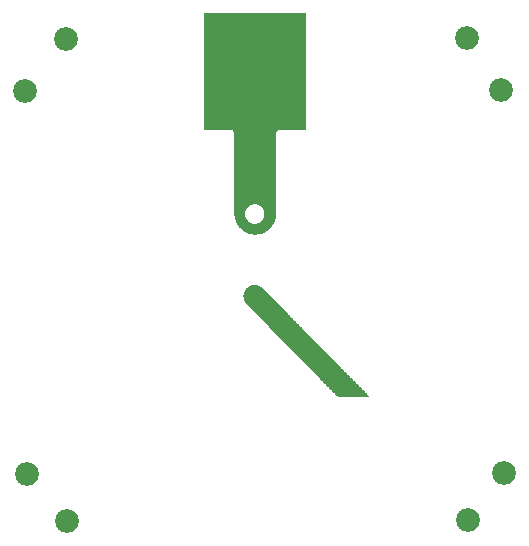
<source format=gtl>
G04 MADE WITH FRITZING*
G04 WWW.FRITZING.ORG*
G04 DOUBLE SIDED*
G04 HOLES PLATED*
G04 CONTOUR ON CENTER OF CONTOUR VECTOR*
%ASAXBY*%
%FSLAX23Y23*%
%MOIN*%
%OFA0B0*%
%SFA1.0B1.0*%
%ADD10C,0.079370*%
%ADD11R,0.001000X0.001000*%
%LNCOPPER1*%
G90*
G70*
G54D10*
X1685Y238D03*
X1562Y1689D03*
X226Y78D03*
X1564Y83D03*
X95Y235D03*
X1675Y1514D03*
X86Y1512D03*
X224Y1684D03*
G54D11*
X685Y1771D02*
X1023Y1771D01*
X685Y1770D02*
X1023Y1770D01*
X685Y1769D02*
X1023Y1769D01*
X685Y1768D02*
X1023Y1768D01*
X685Y1767D02*
X1023Y1767D01*
X685Y1766D02*
X1023Y1766D01*
X685Y1765D02*
X1023Y1765D01*
X685Y1764D02*
X1023Y1764D01*
X685Y1763D02*
X1023Y1763D01*
X685Y1762D02*
X1023Y1762D01*
X685Y1761D02*
X1023Y1761D01*
X685Y1760D02*
X1023Y1760D01*
X685Y1759D02*
X1023Y1759D01*
X685Y1758D02*
X1023Y1758D01*
X685Y1757D02*
X1023Y1757D01*
X685Y1756D02*
X1023Y1756D01*
X685Y1755D02*
X1023Y1755D01*
X685Y1754D02*
X1023Y1754D01*
X685Y1753D02*
X1023Y1753D01*
X685Y1752D02*
X1023Y1752D01*
X685Y1751D02*
X1023Y1751D01*
X685Y1750D02*
X1023Y1750D01*
X685Y1749D02*
X1023Y1749D01*
X685Y1748D02*
X1023Y1748D01*
X685Y1747D02*
X1023Y1747D01*
X685Y1746D02*
X1023Y1746D01*
X685Y1745D02*
X1023Y1745D01*
X685Y1744D02*
X1023Y1744D01*
X685Y1743D02*
X1023Y1743D01*
X685Y1742D02*
X1023Y1742D01*
X685Y1741D02*
X1023Y1741D01*
X685Y1740D02*
X1023Y1740D01*
X685Y1739D02*
X1023Y1739D01*
X685Y1738D02*
X1023Y1738D01*
X685Y1737D02*
X1023Y1737D01*
X685Y1736D02*
X1023Y1736D01*
X685Y1735D02*
X1023Y1735D01*
X685Y1734D02*
X1023Y1734D01*
X685Y1733D02*
X1023Y1733D01*
X685Y1732D02*
X1023Y1732D01*
X685Y1731D02*
X1023Y1731D01*
X685Y1730D02*
X1023Y1730D01*
X685Y1729D02*
X1023Y1729D01*
X685Y1728D02*
X1023Y1728D01*
X685Y1727D02*
X1023Y1727D01*
X685Y1726D02*
X1023Y1726D01*
X685Y1725D02*
X1023Y1725D01*
X685Y1724D02*
X1023Y1724D01*
X685Y1723D02*
X1023Y1723D01*
X685Y1722D02*
X1023Y1722D01*
X685Y1721D02*
X1023Y1721D01*
X685Y1720D02*
X1023Y1720D01*
X685Y1719D02*
X1023Y1719D01*
X685Y1718D02*
X1023Y1718D01*
X685Y1717D02*
X1023Y1717D01*
X685Y1716D02*
X1023Y1716D01*
X685Y1715D02*
X1023Y1715D01*
X685Y1714D02*
X1023Y1714D01*
X685Y1713D02*
X1023Y1713D01*
X685Y1712D02*
X1023Y1712D01*
X685Y1711D02*
X1023Y1711D01*
X685Y1710D02*
X1023Y1710D01*
X685Y1709D02*
X1023Y1709D01*
X685Y1708D02*
X1023Y1708D01*
X685Y1707D02*
X1023Y1707D01*
X685Y1706D02*
X1023Y1706D01*
X685Y1705D02*
X1023Y1705D01*
X685Y1704D02*
X1023Y1704D01*
X685Y1703D02*
X1023Y1703D01*
X685Y1702D02*
X1023Y1702D01*
X685Y1701D02*
X1023Y1701D01*
X685Y1700D02*
X1023Y1700D01*
X685Y1699D02*
X1023Y1699D01*
X685Y1698D02*
X1023Y1698D01*
X685Y1697D02*
X1023Y1697D01*
X685Y1696D02*
X1023Y1696D01*
X685Y1695D02*
X1023Y1695D01*
X685Y1694D02*
X1023Y1694D01*
X685Y1693D02*
X1023Y1693D01*
X685Y1692D02*
X1023Y1692D01*
X685Y1691D02*
X1023Y1691D01*
X685Y1690D02*
X1023Y1690D01*
X685Y1689D02*
X1023Y1689D01*
X685Y1688D02*
X1023Y1688D01*
X685Y1687D02*
X1023Y1687D01*
X685Y1686D02*
X1023Y1686D01*
X685Y1685D02*
X1023Y1685D01*
X685Y1684D02*
X1023Y1684D01*
X685Y1683D02*
X1023Y1683D01*
X685Y1682D02*
X1023Y1682D01*
X685Y1681D02*
X1023Y1681D01*
X685Y1680D02*
X1023Y1680D01*
X685Y1679D02*
X1023Y1679D01*
X685Y1678D02*
X1023Y1678D01*
X685Y1677D02*
X1023Y1677D01*
X685Y1676D02*
X1023Y1676D01*
X685Y1675D02*
X1023Y1675D01*
X685Y1674D02*
X1023Y1674D01*
X685Y1673D02*
X1023Y1673D01*
X685Y1672D02*
X1023Y1672D01*
X685Y1671D02*
X1023Y1671D01*
X685Y1670D02*
X1023Y1670D01*
X685Y1669D02*
X1023Y1669D01*
X685Y1668D02*
X1023Y1668D01*
X685Y1667D02*
X1023Y1667D01*
X685Y1666D02*
X1023Y1666D01*
X685Y1665D02*
X1023Y1665D01*
X685Y1664D02*
X1023Y1664D01*
X685Y1663D02*
X1023Y1663D01*
X685Y1662D02*
X1023Y1662D01*
X685Y1661D02*
X1023Y1661D01*
X685Y1660D02*
X1023Y1660D01*
X685Y1659D02*
X1023Y1659D01*
X685Y1658D02*
X1023Y1658D01*
X685Y1657D02*
X1023Y1657D01*
X685Y1656D02*
X1023Y1656D01*
X685Y1655D02*
X1023Y1655D01*
X685Y1654D02*
X1023Y1654D01*
X685Y1653D02*
X1023Y1653D01*
X685Y1652D02*
X1023Y1652D01*
X685Y1651D02*
X1023Y1651D01*
X685Y1650D02*
X1023Y1650D01*
X685Y1649D02*
X1023Y1649D01*
X685Y1648D02*
X1023Y1648D01*
X685Y1647D02*
X1023Y1647D01*
X685Y1646D02*
X1023Y1646D01*
X685Y1645D02*
X1023Y1645D01*
X685Y1644D02*
X1023Y1644D01*
X685Y1643D02*
X1023Y1643D01*
X685Y1642D02*
X1023Y1642D01*
X685Y1641D02*
X1023Y1641D01*
X685Y1640D02*
X1023Y1640D01*
X685Y1639D02*
X1023Y1639D01*
X685Y1638D02*
X1023Y1638D01*
X685Y1637D02*
X1023Y1637D01*
X685Y1636D02*
X1023Y1636D01*
X685Y1635D02*
X1023Y1635D01*
X685Y1634D02*
X1023Y1634D01*
X685Y1633D02*
X1023Y1633D01*
X685Y1632D02*
X1023Y1632D01*
X685Y1631D02*
X1023Y1631D01*
X685Y1630D02*
X1023Y1630D01*
X685Y1629D02*
X1023Y1629D01*
X685Y1628D02*
X1023Y1628D01*
X685Y1627D02*
X1023Y1627D01*
X685Y1626D02*
X1023Y1626D01*
X685Y1625D02*
X1023Y1625D01*
X685Y1624D02*
X1023Y1624D01*
X685Y1623D02*
X1023Y1623D01*
X685Y1622D02*
X1023Y1622D01*
X685Y1621D02*
X1023Y1621D01*
X685Y1620D02*
X1023Y1620D01*
X685Y1619D02*
X1023Y1619D01*
X685Y1618D02*
X1023Y1618D01*
X685Y1617D02*
X1023Y1617D01*
X685Y1616D02*
X1023Y1616D01*
X685Y1615D02*
X1023Y1615D01*
X685Y1614D02*
X1023Y1614D01*
X685Y1613D02*
X1023Y1613D01*
X685Y1612D02*
X1023Y1612D01*
X685Y1611D02*
X1023Y1611D01*
X685Y1610D02*
X1023Y1610D01*
X685Y1609D02*
X1023Y1609D01*
X685Y1608D02*
X1023Y1608D01*
X685Y1607D02*
X1023Y1607D01*
X685Y1606D02*
X1023Y1606D01*
X685Y1605D02*
X1023Y1605D01*
X685Y1604D02*
X1023Y1604D01*
X685Y1603D02*
X1023Y1603D01*
X685Y1602D02*
X1023Y1602D01*
X685Y1601D02*
X1023Y1601D01*
X685Y1600D02*
X1023Y1600D01*
X685Y1599D02*
X1023Y1599D01*
X685Y1598D02*
X1023Y1598D01*
X685Y1597D02*
X1023Y1597D01*
X685Y1596D02*
X1023Y1596D01*
X685Y1595D02*
X1023Y1595D01*
X685Y1594D02*
X1023Y1594D01*
X685Y1593D02*
X1023Y1593D01*
X685Y1592D02*
X1023Y1592D01*
X685Y1591D02*
X1023Y1591D01*
X685Y1590D02*
X1023Y1590D01*
X685Y1589D02*
X1023Y1589D01*
X685Y1588D02*
X1023Y1588D01*
X685Y1587D02*
X1023Y1587D01*
X685Y1586D02*
X1023Y1586D01*
X685Y1585D02*
X1023Y1585D01*
X685Y1584D02*
X1023Y1584D01*
X685Y1583D02*
X1023Y1583D01*
X685Y1582D02*
X1023Y1582D01*
X685Y1581D02*
X1023Y1581D01*
X685Y1580D02*
X1023Y1580D01*
X685Y1579D02*
X1023Y1579D01*
X685Y1578D02*
X1023Y1578D01*
X685Y1577D02*
X1023Y1577D01*
X685Y1576D02*
X1023Y1576D01*
X685Y1575D02*
X1023Y1575D01*
X685Y1574D02*
X1023Y1574D01*
X685Y1573D02*
X1023Y1573D01*
X685Y1572D02*
X1023Y1572D01*
X685Y1571D02*
X1023Y1571D01*
X685Y1570D02*
X1023Y1570D01*
X685Y1569D02*
X1023Y1569D01*
X685Y1568D02*
X1023Y1568D01*
X685Y1567D02*
X1023Y1567D01*
X685Y1566D02*
X1023Y1566D01*
X685Y1565D02*
X1023Y1565D01*
X685Y1564D02*
X1023Y1564D01*
X685Y1563D02*
X1023Y1563D01*
X685Y1562D02*
X1023Y1562D01*
X685Y1561D02*
X1023Y1561D01*
X685Y1560D02*
X1023Y1560D01*
X685Y1559D02*
X1023Y1559D01*
X685Y1558D02*
X1023Y1558D01*
X685Y1557D02*
X1023Y1557D01*
X685Y1556D02*
X1023Y1556D01*
X685Y1555D02*
X1023Y1555D01*
X685Y1554D02*
X1023Y1554D01*
X685Y1553D02*
X1023Y1553D01*
X685Y1552D02*
X1023Y1552D01*
X685Y1551D02*
X1023Y1551D01*
X685Y1550D02*
X1023Y1550D01*
X685Y1549D02*
X1023Y1549D01*
X685Y1548D02*
X1023Y1548D01*
X685Y1547D02*
X1023Y1547D01*
X685Y1546D02*
X1023Y1546D01*
X685Y1545D02*
X1023Y1545D01*
X685Y1544D02*
X1023Y1544D01*
X685Y1543D02*
X1023Y1543D01*
X685Y1542D02*
X1023Y1542D01*
X685Y1541D02*
X1023Y1541D01*
X685Y1540D02*
X1023Y1540D01*
X685Y1539D02*
X1023Y1539D01*
X685Y1538D02*
X1023Y1538D01*
X685Y1537D02*
X1023Y1537D01*
X685Y1536D02*
X1023Y1536D01*
X685Y1535D02*
X1023Y1535D01*
X685Y1534D02*
X1023Y1534D01*
X685Y1533D02*
X1023Y1533D01*
X685Y1532D02*
X1023Y1532D01*
X685Y1531D02*
X1023Y1531D01*
X685Y1530D02*
X1023Y1530D01*
X685Y1529D02*
X1023Y1529D01*
X685Y1528D02*
X1023Y1528D01*
X685Y1527D02*
X1023Y1527D01*
X685Y1526D02*
X1023Y1526D01*
X685Y1525D02*
X1023Y1525D01*
X685Y1524D02*
X1023Y1524D01*
X685Y1523D02*
X1023Y1523D01*
X685Y1522D02*
X1023Y1522D01*
X685Y1521D02*
X1023Y1521D01*
X685Y1520D02*
X1023Y1520D01*
X685Y1519D02*
X1023Y1519D01*
X685Y1518D02*
X1023Y1518D01*
X685Y1517D02*
X1023Y1517D01*
X685Y1516D02*
X1023Y1516D01*
X685Y1515D02*
X1023Y1515D01*
X685Y1514D02*
X1023Y1514D01*
X685Y1513D02*
X1023Y1513D01*
X685Y1512D02*
X1023Y1512D01*
X685Y1511D02*
X1023Y1511D01*
X685Y1510D02*
X1023Y1510D01*
X685Y1509D02*
X1023Y1509D01*
X685Y1508D02*
X1023Y1508D01*
X685Y1507D02*
X1023Y1507D01*
X685Y1506D02*
X1023Y1506D01*
X685Y1505D02*
X1023Y1505D01*
X685Y1504D02*
X1023Y1504D01*
X685Y1503D02*
X1023Y1503D01*
X685Y1502D02*
X1023Y1502D01*
X685Y1501D02*
X1023Y1501D01*
X685Y1500D02*
X1023Y1500D01*
X685Y1499D02*
X1023Y1499D01*
X685Y1498D02*
X1023Y1498D01*
X685Y1497D02*
X1023Y1497D01*
X685Y1496D02*
X1023Y1496D01*
X685Y1495D02*
X1023Y1495D01*
X685Y1494D02*
X1023Y1494D01*
X685Y1493D02*
X1023Y1493D01*
X685Y1492D02*
X1023Y1492D01*
X685Y1491D02*
X1023Y1491D01*
X685Y1490D02*
X1023Y1490D01*
X685Y1489D02*
X1023Y1489D01*
X685Y1488D02*
X1023Y1488D01*
X685Y1487D02*
X1023Y1487D01*
X685Y1486D02*
X1023Y1486D01*
X685Y1485D02*
X1023Y1485D01*
X685Y1484D02*
X1023Y1484D01*
X685Y1483D02*
X1023Y1483D01*
X685Y1482D02*
X1023Y1482D01*
X685Y1481D02*
X1023Y1481D01*
X685Y1480D02*
X1023Y1480D01*
X685Y1479D02*
X1023Y1479D01*
X685Y1478D02*
X1023Y1478D01*
X685Y1477D02*
X1023Y1477D01*
X685Y1476D02*
X1023Y1476D01*
X685Y1475D02*
X1023Y1475D01*
X685Y1474D02*
X1023Y1474D01*
X685Y1473D02*
X1023Y1473D01*
X685Y1472D02*
X1023Y1472D01*
X685Y1471D02*
X1023Y1471D01*
X685Y1470D02*
X1023Y1470D01*
X685Y1469D02*
X1023Y1469D01*
X685Y1468D02*
X1023Y1468D01*
X685Y1467D02*
X1023Y1467D01*
X685Y1466D02*
X1023Y1466D01*
X685Y1465D02*
X1023Y1465D01*
X685Y1464D02*
X1023Y1464D01*
X685Y1463D02*
X1023Y1463D01*
X685Y1462D02*
X1023Y1462D01*
X685Y1461D02*
X1023Y1461D01*
X685Y1460D02*
X1023Y1460D01*
X685Y1459D02*
X1023Y1459D01*
X685Y1458D02*
X1023Y1458D01*
X685Y1457D02*
X1023Y1457D01*
X685Y1456D02*
X1023Y1456D01*
X685Y1455D02*
X1023Y1455D01*
X685Y1454D02*
X1023Y1454D01*
X685Y1453D02*
X1023Y1453D01*
X685Y1452D02*
X1023Y1452D01*
X685Y1451D02*
X1023Y1451D01*
X685Y1450D02*
X1023Y1450D01*
X685Y1449D02*
X1023Y1449D01*
X685Y1448D02*
X1023Y1448D01*
X685Y1447D02*
X1023Y1447D01*
X685Y1446D02*
X1023Y1446D01*
X685Y1445D02*
X1023Y1445D01*
X685Y1444D02*
X1023Y1444D01*
X685Y1443D02*
X1023Y1443D01*
X685Y1442D02*
X1023Y1442D01*
X685Y1441D02*
X1023Y1441D01*
X685Y1440D02*
X1023Y1440D01*
X685Y1439D02*
X1023Y1439D01*
X685Y1438D02*
X1023Y1438D01*
X685Y1437D02*
X1023Y1437D01*
X685Y1436D02*
X1023Y1436D01*
X685Y1435D02*
X1023Y1435D01*
X685Y1434D02*
X1023Y1434D01*
X685Y1433D02*
X1023Y1433D01*
X685Y1432D02*
X1023Y1432D01*
X685Y1431D02*
X1023Y1431D01*
X685Y1430D02*
X1023Y1430D01*
X685Y1429D02*
X1023Y1429D01*
X685Y1428D02*
X1023Y1428D01*
X685Y1427D02*
X1023Y1427D01*
X685Y1426D02*
X1023Y1426D01*
X685Y1425D02*
X1023Y1425D01*
X685Y1424D02*
X1023Y1424D01*
X685Y1423D02*
X1023Y1423D01*
X685Y1422D02*
X1023Y1422D01*
X685Y1421D02*
X1023Y1421D01*
X685Y1420D02*
X1023Y1420D01*
X685Y1419D02*
X1023Y1419D01*
X685Y1418D02*
X1023Y1418D01*
X685Y1417D02*
X1023Y1417D01*
X685Y1416D02*
X1023Y1416D01*
X685Y1415D02*
X1023Y1415D01*
X685Y1414D02*
X1023Y1414D01*
X685Y1413D02*
X1023Y1413D01*
X685Y1412D02*
X1023Y1412D01*
X685Y1411D02*
X1023Y1411D01*
X685Y1410D02*
X1023Y1410D01*
X685Y1409D02*
X1023Y1409D01*
X685Y1408D02*
X1023Y1408D01*
X685Y1407D02*
X1023Y1407D01*
X685Y1406D02*
X1023Y1406D01*
X685Y1405D02*
X1023Y1405D01*
X685Y1404D02*
X1023Y1404D01*
X685Y1403D02*
X1023Y1403D01*
X685Y1402D02*
X1023Y1402D01*
X685Y1401D02*
X1023Y1401D01*
X685Y1400D02*
X1023Y1400D01*
X685Y1399D02*
X1023Y1399D01*
X685Y1398D02*
X1023Y1398D01*
X685Y1397D02*
X1023Y1397D01*
X685Y1396D02*
X1023Y1396D01*
X685Y1395D02*
X1023Y1395D01*
X685Y1394D02*
X1023Y1394D01*
X685Y1393D02*
X1023Y1393D01*
X685Y1392D02*
X1023Y1392D01*
X685Y1391D02*
X1023Y1391D01*
X685Y1390D02*
X1023Y1390D01*
X685Y1389D02*
X1023Y1389D01*
X685Y1388D02*
X1023Y1388D01*
X685Y1387D02*
X1023Y1387D01*
X685Y1386D02*
X1023Y1386D01*
X685Y1385D02*
X1023Y1385D01*
X685Y1384D02*
X1023Y1384D01*
X685Y1383D02*
X1023Y1383D01*
X685Y1382D02*
X1022Y1382D01*
X777Y1381D02*
X933Y1381D01*
X780Y1380D02*
X931Y1380D01*
X781Y1379D02*
X930Y1379D01*
X782Y1378D02*
X928Y1378D01*
X783Y1377D02*
X928Y1377D01*
X784Y1376D02*
X927Y1376D01*
X784Y1375D02*
X926Y1375D01*
X785Y1374D02*
X926Y1374D01*
X785Y1373D02*
X925Y1373D01*
X786Y1372D02*
X925Y1372D01*
X786Y1371D02*
X925Y1371D01*
X786Y1370D02*
X925Y1370D01*
X786Y1369D02*
X925Y1369D01*
X786Y1368D02*
X925Y1368D01*
X786Y1367D02*
X925Y1367D01*
X786Y1366D02*
X925Y1366D01*
X786Y1365D02*
X925Y1365D01*
X786Y1364D02*
X925Y1364D01*
X786Y1363D02*
X925Y1363D01*
X786Y1362D02*
X925Y1362D01*
X786Y1361D02*
X925Y1361D01*
X786Y1360D02*
X925Y1360D01*
X786Y1359D02*
X925Y1359D01*
X786Y1358D02*
X925Y1358D01*
X786Y1357D02*
X925Y1357D01*
X786Y1356D02*
X925Y1356D01*
X786Y1355D02*
X925Y1355D01*
X786Y1354D02*
X925Y1354D01*
X786Y1353D02*
X925Y1353D01*
X786Y1352D02*
X925Y1352D01*
X786Y1351D02*
X925Y1351D01*
X786Y1350D02*
X925Y1350D01*
X786Y1349D02*
X925Y1349D01*
X786Y1348D02*
X925Y1348D01*
X786Y1347D02*
X925Y1347D01*
X786Y1346D02*
X925Y1346D01*
X786Y1345D02*
X925Y1345D01*
X786Y1344D02*
X925Y1344D01*
X786Y1343D02*
X925Y1343D01*
X786Y1342D02*
X925Y1342D01*
X786Y1341D02*
X925Y1341D01*
X786Y1340D02*
X925Y1340D01*
X786Y1339D02*
X925Y1339D01*
X786Y1338D02*
X925Y1338D01*
X786Y1337D02*
X925Y1337D01*
X786Y1336D02*
X925Y1336D01*
X786Y1335D02*
X925Y1335D01*
X786Y1334D02*
X925Y1334D01*
X786Y1333D02*
X925Y1333D01*
X786Y1332D02*
X925Y1332D01*
X786Y1331D02*
X925Y1331D01*
X786Y1330D02*
X925Y1330D01*
X786Y1329D02*
X925Y1329D01*
X786Y1328D02*
X925Y1328D01*
X786Y1327D02*
X925Y1327D01*
X786Y1326D02*
X925Y1326D01*
X786Y1325D02*
X925Y1325D01*
X786Y1324D02*
X925Y1324D01*
X786Y1323D02*
X925Y1323D01*
X786Y1322D02*
X925Y1322D01*
X786Y1321D02*
X925Y1321D01*
X786Y1320D02*
X925Y1320D01*
X786Y1319D02*
X925Y1319D01*
X786Y1318D02*
X925Y1318D01*
X786Y1317D02*
X925Y1317D01*
X786Y1316D02*
X925Y1316D01*
X786Y1315D02*
X925Y1315D01*
X786Y1314D02*
X925Y1314D01*
X786Y1313D02*
X925Y1313D01*
X786Y1312D02*
X925Y1312D01*
X786Y1311D02*
X925Y1311D01*
X786Y1310D02*
X925Y1310D01*
X786Y1309D02*
X925Y1309D01*
X786Y1308D02*
X925Y1308D01*
X786Y1307D02*
X925Y1307D01*
X786Y1306D02*
X925Y1306D01*
X786Y1305D02*
X925Y1305D01*
X786Y1304D02*
X925Y1304D01*
X786Y1303D02*
X925Y1303D01*
X786Y1302D02*
X925Y1302D01*
X786Y1301D02*
X925Y1301D01*
X786Y1300D02*
X925Y1300D01*
X786Y1299D02*
X925Y1299D01*
X786Y1298D02*
X925Y1298D01*
X786Y1297D02*
X925Y1297D01*
X786Y1296D02*
X925Y1296D01*
X786Y1295D02*
X925Y1295D01*
X786Y1294D02*
X925Y1294D01*
X786Y1293D02*
X925Y1293D01*
X786Y1292D02*
X925Y1292D01*
X786Y1291D02*
X925Y1291D01*
X786Y1290D02*
X925Y1290D01*
X786Y1289D02*
X925Y1289D01*
X786Y1288D02*
X925Y1288D01*
X786Y1287D02*
X925Y1287D01*
X786Y1286D02*
X925Y1286D01*
X786Y1285D02*
X925Y1285D01*
X786Y1284D02*
X925Y1284D01*
X786Y1283D02*
X925Y1283D01*
X786Y1282D02*
X925Y1282D01*
X786Y1281D02*
X925Y1281D01*
X786Y1280D02*
X925Y1280D01*
X786Y1279D02*
X925Y1279D01*
X786Y1278D02*
X925Y1278D01*
X786Y1277D02*
X925Y1277D01*
X786Y1276D02*
X925Y1276D01*
X786Y1275D02*
X925Y1275D01*
X786Y1274D02*
X925Y1274D01*
X786Y1273D02*
X925Y1273D01*
X786Y1272D02*
X925Y1272D01*
X786Y1271D02*
X925Y1271D01*
X786Y1270D02*
X925Y1270D01*
X786Y1269D02*
X925Y1269D01*
X786Y1268D02*
X925Y1268D01*
X786Y1267D02*
X925Y1267D01*
X786Y1266D02*
X925Y1266D01*
X786Y1265D02*
X925Y1265D01*
X786Y1264D02*
X925Y1264D01*
X786Y1263D02*
X925Y1263D01*
X786Y1262D02*
X925Y1262D01*
X786Y1261D02*
X925Y1261D01*
X786Y1260D02*
X925Y1260D01*
X786Y1259D02*
X925Y1259D01*
X786Y1258D02*
X925Y1258D01*
X786Y1257D02*
X925Y1257D01*
X786Y1256D02*
X925Y1256D01*
X786Y1255D02*
X925Y1255D01*
X786Y1254D02*
X925Y1254D01*
X786Y1253D02*
X925Y1253D01*
X786Y1252D02*
X925Y1252D01*
X786Y1251D02*
X925Y1251D01*
X786Y1250D02*
X925Y1250D01*
X786Y1249D02*
X925Y1249D01*
X786Y1248D02*
X925Y1248D01*
X786Y1247D02*
X925Y1247D01*
X786Y1246D02*
X925Y1246D01*
X786Y1245D02*
X925Y1245D01*
X786Y1244D02*
X925Y1244D01*
X786Y1243D02*
X925Y1243D01*
X786Y1242D02*
X925Y1242D01*
X786Y1241D02*
X925Y1241D01*
X786Y1240D02*
X925Y1240D01*
X786Y1239D02*
X925Y1239D01*
X786Y1238D02*
X925Y1238D01*
X786Y1237D02*
X925Y1237D01*
X786Y1236D02*
X925Y1236D01*
X786Y1235D02*
X925Y1235D01*
X786Y1234D02*
X925Y1234D01*
X786Y1233D02*
X925Y1233D01*
X786Y1232D02*
X925Y1232D01*
X786Y1231D02*
X925Y1231D01*
X786Y1230D02*
X925Y1230D01*
X786Y1229D02*
X925Y1229D01*
X786Y1228D02*
X925Y1228D01*
X786Y1227D02*
X925Y1227D01*
X786Y1226D02*
X925Y1226D01*
X786Y1225D02*
X925Y1225D01*
X786Y1224D02*
X925Y1224D01*
X786Y1223D02*
X925Y1223D01*
X786Y1222D02*
X925Y1222D01*
X786Y1221D02*
X925Y1221D01*
X786Y1220D02*
X925Y1220D01*
X786Y1219D02*
X925Y1219D01*
X786Y1218D02*
X925Y1218D01*
X786Y1217D02*
X925Y1217D01*
X786Y1216D02*
X925Y1216D01*
X786Y1215D02*
X925Y1215D01*
X786Y1214D02*
X925Y1214D01*
X786Y1213D02*
X925Y1213D01*
X786Y1212D02*
X925Y1212D01*
X786Y1211D02*
X925Y1211D01*
X786Y1210D02*
X925Y1210D01*
X786Y1209D02*
X925Y1209D01*
X786Y1208D02*
X925Y1208D01*
X786Y1207D02*
X925Y1207D01*
X786Y1206D02*
X925Y1206D01*
X786Y1205D02*
X925Y1205D01*
X786Y1204D02*
X925Y1204D01*
X786Y1203D02*
X925Y1203D01*
X786Y1202D02*
X925Y1202D01*
X786Y1201D02*
X925Y1201D01*
X786Y1200D02*
X925Y1200D01*
X786Y1199D02*
X925Y1199D01*
X786Y1198D02*
X925Y1198D01*
X786Y1197D02*
X925Y1197D01*
X786Y1196D02*
X925Y1196D01*
X786Y1195D02*
X925Y1195D01*
X786Y1194D02*
X925Y1194D01*
X786Y1193D02*
X925Y1193D01*
X786Y1192D02*
X925Y1192D01*
X786Y1191D02*
X925Y1191D01*
X786Y1190D02*
X925Y1190D01*
X786Y1189D02*
X925Y1189D01*
X786Y1188D02*
X925Y1188D01*
X786Y1187D02*
X925Y1187D01*
X786Y1186D02*
X925Y1186D01*
X786Y1185D02*
X925Y1185D01*
X786Y1184D02*
X925Y1184D01*
X786Y1183D02*
X925Y1183D01*
X786Y1182D02*
X925Y1182D01*
X786Y1181D02*
X925Y1181D01*
X786Y1180D02*
X925Y1180D01*
X786Y1179D02*
X925Y1179D01*
X786Y1178D02*
X925Y1178D01*
X786Y1177D02*
X925Y1177D01*
X786Y1176D02*
X925Y1176D01*
X786Y1175D02*
X925Y1175D01*
X786Y1174D02*
X925Y1174D01*
X786Y1173D02*
X925Y1173D01*
X786Y1172D02*
X925Y1172D01*
X786Y1171D02*
X925Y1171D01*
X786Y1170D02*
X925Y1170D01*
X786Y1169D02*
X925Y1169D01*
X786Y1168D02*
X925Y1168D01*
X786Y1167D02*
X925Y1167D01*
X786Y1166D02*
X925Y1166D01*
X786Y1165D02*
X925Y1165D01*
X786Y1164D02*
X925Y1164D01*
X786Y1163D02*
X925Y1163D01*
X786Y1162D02*
X925Y1162D01*
X786Y1161D02*
X925Y1161D01*
X786Y1160D02*
X925Y1160D01*
X786Y1159D02*
X925Y1159D01*
X786Y1158D02*
X925Y1158D01*
X786Y1157D02*
X925Y1157D01*
X786Y1156D02*
X925Y1156D01*
X786Y1155D02*
X925Y1155D01*
X786Y1154D02*
X925Y1154D01*
X786Y1153D02*
X925Y1153D01*
X786Y1152D02*
X925Y1152D01*
X786Y1151D02*
X925Y1151D01*
X786Y1150D02*
X925Y1150D01*
X786Y1149D02*
X925Y1149D01*
X786Y1148D02*
X925Y1148D01*
X786Y1147D02*
X925Y1147D01*
X786Y1146D02*
X925Y1146D01*
X786Y1145D02*
X925Y1145D01*
X786Y1144D02*
X925Y1144D01*
X786Y1143D02*
X925Y1143D01*
X786Y1142D02*
X925Y1142D01*
X786Y1141D02*
X925Y1141D01*
X786Y1140D02*
X925Y1140D01*
X786Y1139D02*
X925Y1139D01*
X786Y1138D02*
X925Y1138D01*
X786Y1137D02*
X925Y1137D01*
X786Y1136D02*
X925Y1136D01*
X786Y1135D02*
X925Y1135D01*
X786Y1134D02*
X925Y1134D01*
X786Y1133D02*
X847Y1133D01*
X861Y1133D02*
X925Y1133D01*
X786Y1132D02*
X843Y1132D01*
X864Y1132D02*
X925Y1132D01*
X786Y1131D02*
X840Y1131D01*
X867Y1131D02*
X925Y1131D01*
X786Y1130D02*
X838Y1130D01*
X869Y1130D02*
X925Y1130D01*
X786Y1129D02*
X837Y1129D01*
X871Y1129D02*
X925Y1129D01*
X786Y1128D02*
X835Y1128D01*
X872Y1128D02*
X925Y1128D01*
X786Y1127D02*
X834Y1127D01*
X874Y1127D02*
X925Y1127D01*
X786Y1126D02*
X832Y1126D01*
X875Y1126D02*
X925Y1126D01*
X786Y1125D02*
X831Y1125D01*
X876Y1125D02*
X925Y1125D01*
X786Y1124D02*
X830Y1124D01*
X877Y1124D02*
X925Y1124D01*
X786Y1123D02*
X829Y1123D01*
X878Y1123D02*
X925Y1123D01*
X786Y1122D02*
X828Y1122D01*
X879Y1122D02*
X925Y1122D01*
X786Y1121D02*
X828Y1121D01*
X880Y1121D02*
X925Y1121D01*
X786Y1120D02*
X827Y1120D01*
X881Y1120D02*
X925Y1120D01*
X786Y1119D02*
X826Y1119D01*
X881Y1119D02*
X925Y1119D01*
X786Y1118D02*
X826Y1118D01*
X882Y1118D02*
X925Y1118D01*
X786Y1117D02*
X825Y1117D01*
X883Y1117D02*
X925Y1117D01*
X786Y1116D02*
X824Y1116D01*
X883Y1116D02*
X925Y1116D01*
X786Y1115D02*
X824Y1115D01*
X884Y1115D02*
X925Y1115D01*
X786Y1114D02*
X823Y1114D01*
X884Y1114D02*
X925Y1114D01*
X786Y1113D02*
X823Y1113D01*
X884Y1113D02*
X925Y1113D01*
X786Y1112D02*
X823Y1112D01*
X885Y1112D02*
X925Y1112D01*
X786Y1111D02*
X822Y1111D01*
X885Y1111D02*
X925Y1111D01*
X786Y1110D02*
X822Y1110D01*
X885Y1110D02*
X925Y1110D01*
X786Y1109D02*
X822Y1109D01*
X886Y1109D02*
X925Y1109D01*
X786Y1108D02*
X822Y1108D01*
X886Y1108D02*
X925Y1108D01*
X786Y1107D02*
X821Y1107D01*
X886Y1107D02*
X925Y1107D01*
X786Y1106D02*
X821Y1106D01*
X886Y1106D02*
X925Y1106D01*
X786Y1105D02*
X821Y1105D01*
X886Y1105D02*
X925Y1105D01*
X786Y1104D02*
X821Y1104D01*
X886Y1104D02*
X925Y1104D01*
X786Y1103D02*
X821Y1103D01*
X886Y1103D02*
X925Y1103D01*
X786Y1102D02*
X821Y1102D01*
X887Y1102D02*
X925Y1102D01*
X786Y1101D02*
X821Y1101D01*
X887Y1101D02*
X925Y1101D01*
X786Y1100D02*
X821Y1100D01*
X886Y1100D02*
X925Y1100D01*
X786Y1099D02*
X821Y1099D01*
X886Y1099D02*
X924Y1099D01*
X786Y1098D02*
X821Y1098D01*
X886Y1098D02*
X924Y1098D01*
X786Y1097D02*
X821Y1097D01*
X886Y1097D02*
X924Y1097D01*
X786Y1096D02*
X821Y1096D01*
X886Y1096D02*
X924Y1096D01*
X786Y1095D02*
X822Y1095D01*
X886Y1095D02*
X924Y1095D01*
X787Y1094D02*
X822Y1094D01*
X886Y1094D02*
X924Y1094D01*
X787Y1093D02*
X822Y1093D01*
X885Y1093D02*
X924Y1093D01*
X787Y1092D02*
X822Y1092D01*
X885Y1092D02*
X924Y1092D01*
X787Y1091D02*
X823Y1091D01*
X885Y1091D02*
X924Y1091D01*
X787Y1090D02*
X823Y1090D01*
X884Y1090D02*
X923Y1090D01*
X787Y1089D02*
X823Y1089D01*
X884Y1089D02*
X923Y1089D01*
X788Y1088D02*
X824Y1088D01*
X884Y1088D02*
X923Y1088D01*
X788Y1087D02*
X824Y1087D01*
X883Y1087D02*
X923Y1087D01*
X788Y1086D02*
X825Y1086D01*
X883Y1086D02*
X923Y1086D01*
X788Y1085D02*
X825Y1085D01*
X882Y1085D02*
X922Y1085D01*
X789Y1084D02*
X826Y1084D01*
X881Y1084D02*
X922Y1084D01*
X789Y1083D02*
X827Y1083D01*
X881Y1083D02*
X922Y1083D01*
X789Y1082D02*
X827Y1082D01*
X880Y1082D02*
X922Y1082D01*
X789Y1081D02*
X828Y1081D01*
X879Y1081D02*
X921Y1081D01*
X790Y1080D02*
X829Y1080D01*
X878Y1080D02*
X921Y1080D01*
X790Y1079D02*
X830Y1079D01*
X878Y1079D02*
X920Y1079D01*
X791Y1078D02*
X831Y1078D01*
X877Y1078D02*
X920Y1078D01*
X791Y1077D02*
X832Y1077D01*
X875Y1077D02*
X920Y1077D01*
X791Y1076D02*
X833Y1076D01*
X874Y1076D02*
X919Y1076D01*
X792Y1075D02*
X835Y1075D01*
X873Y1075D02*
X919Y1075D01*
X792Y1074D02*
X836Y1074D01*
X871Y1074D02*
X919Y1074D01*
X793Y1073D02*
X838Y1073D01*
X870Y1073D02*
X918Y1073D01*
X793Y1072D02*
X840Y1072D01*
X868Y1072D02*
X918Y1072D01*
X794Y1071D02*
X842Y1071D01*
X865Y1071D02*
X917Y1071D01*
X794Y1070D02*
X845Y1070D01*
X862Y1070D02*
X917Y1070D01*
X795Y1069D02*
X916Y1069D01*
X795Y1068D02*
X915Y1068D01*
X796Y1067D02*
X915Y1067D01*
X796Y1066D02*
X914Y1066D01*
X797Y1065D02*
X914Y1065D01*
X798Y1064D02*
X913Y1064D01*
X798Y1063D02*
X912Y1063D01*
X799Y1062D02*
X912Y1062D01*
X800Y1061D02*
X911Y1061D01*
X801Y1060D02*
X910Y1060D01*
X801Y1059D02*
X909Y1059D01*
X802Y1058D02*
X909Y1058D01*
X803Y1057D02*
X908Y1057D01*
X804Y1056D02*
X907Y1056D01*
X805Y1055D02*
X906Y1055D01*
X806Y1054D02*
X905Y1054D01*
X807Y1053D02*
X904Y1053D01*
X808Y1052D02*
X903Y1052D01*
X809Y1051D02*
X902Y1051D01*
X810Y1050D02*
X901Y1050D01*
X811Y1049D02*
X900Y1049D01*
X812Y1048D02*
X898Y1048D01*
X814Y1047D02*
X897Y1047D01*
X815Y1046D02*
X896Y1046D01*
X816Y1045D02*
X894Y1045D01*
X818Y1044D02*
X893Y1044D01*
X819Y1043D02*
X891Y1043D01*
X821Y1042D02*
X890Y1042D01*
X823Y1041D02*
X888Y1041D01*
X825Y1040D02*
X886Y1040D01*
X827Y1039D02*
X884Y1039D01*
X829Y1038D02*
X882Y1038D01*
X832Y1037D02*
X879Y1037D01*
X835Y1036D02*
X876Y1036D01*
X838Y1035D02*
X873Y1035D01*
X842Y1034D02*
X868Y1034D01*
X849Y1033D02*
X862Y1033D01*
X846Y864D02*
X861Y864D01*
X842Y863D02*
X865Y863D01*
X840Y862D02*
X868Y862D01*
X837Y861D02*
X870Y861D01*
X835Y860D02*
X872Y860D01*
X834Y859D02*
X874Y859D01*
X832Y858D02*
X875Y858D01*
X831Y857D02*
X877Y857D01*
X830Y856D02*
X878Y856D01*
X828Y855D02*
X879Y855D01*
X827Y854D02*
X880Y854D01*
X826Y853D02*
X881Y853D01*
X826Y852D02*
X882Y852D01*
X825Y851D02*
X883Y851D01*
X824Y850D02*
X884Y850D01*
X823Y849D02*
X885Y849D01*
X823Y848D02*
X886Y848D01*
X822Y847D02*
X887Y847D01*
X821Y846D02*
X888Y846D01*
X821Y845D02*
X889Y845D01*
X820Y844D02*
X890Y844D01*
X820Y843D02*
X891Y843D01*
X819Y842D02*
X892Y842D01*
X819Y841D02*
X893Y841D01*
X819Y840D02*
X894Y840D01*
X818Y839D02*
X895Y839D01*
X818Y838D02*
X896Y838D01*
X818Y837D02*
X897Y837D01*
X817Y836D02*
X898Y836D01*
X817Y835D02*
X899Y835D01*
X817Y834D02*
X900Y834D01*
X817Y833D02*
X901Y833D01*
X817Y832D02*
X902Y832D01*
X817Y831D02*
X903Y831D01*
X816Y830D02*
X904Y830D01*
X816Y829D02*
X905Y829D01*
X816Y828D02*
X906Y828D01*
X816Y827D02*
X907Y827D01*
X816Y826D02*
X908Y826D01*
X816Y825D02*
X909Y825D01*
X817Y824D02*
X910Y824D01*
X817Y823D02*
X911Y823D01*
X817Y822D02*
X911Y822D01*
X817Y821D02*
X912Y821D01*
X817Y820D02*
X913Y820D01*
X817Y819D02*
X914Y819D01*
X818Y818D02*
X915Y818D01*
X818Y817D02*
X916Y817D01*
X818Y816D02*
X917Y816D01*
X818Y815D02*
X918Y815D01*
X819Y814D02*
X919Y814D01*
X819Y813D02*
X920Y813D01*
X820Y812D02*
X921Y812D01*
X820Y811D02*
X922Y811D01*
X821Y810D02*
X923Y810D01*
X821Y809D02*
X924Y809D01*
X822Y808D02*
X925Y808D01*
X822Y807D02*
X926Y807D01*
X823Y806D02*
X927Y806D01*
X824Y805D02*
X928Y805D01*
X824Y804D02*
X929Y804D01*
X825Y803D02*
X930Y803D01*
X826Y802D02*
X931Y802D01*
X827Y801D02*
X932Y801D01*
X828Y800D02*
X933Y800D01*
X829Y799D02*
X934Y799D01*
X830Y798D02*
X935Y798D01*
X831Y797D02*
X936Y797D01*
X832Y796D02*
X937Y796D01*
X833Y795D02*
X938Y795D01*
X834Y794D02*
X939Y794D01*
X835Y793D02*
X940Y793D01*
X836Y792D02*
X941Y792D01*
X837Y791D02*
X942Y791D01*
X838Y790D02*
X943Y790D01*
X839Y789D02*
X944Y789D01*
X840Y788D02*
X945Y788D01*
X841Y787D02*
X946Y787D01*
X842Y786D02*
X947Y786D01*
X843Y785D02*
X948Y785D01*
X844Y784D02*
X949Y784D01*
X845Y783D02*
X950Y783D01*
X846Y782D02*
X951Y782D01*
X847Y781D02*
X952Y781D01*
X848Y780D02*
X953Y780D01*
X848Y779D02*
X954Y779D01*
X849Y778D02*
X955Y778D01*
X850Y777D02*
X956Y777D01*
X851Y776D02*
X957Y776D01*
X852Y775D02*
X958Y775D01*
X853Y774D02*
X959Y774D01*
X854Y773D02*
X960Y773D01*
X855Y772D02*
X961Y772D01*
X856Y771D02*
X962Y771D01*
X857Y770D02*
X963Y770D01*
X858Y769D02*
X963Y769D01*
X859Y768D02*
X964Y768D01*
X860Y767D02*
X965Y767D01*
X861Y766D02*
X966Y766D01*
X862Y765D02*
X967Y765D01*
X863Y764D02*
X968Y764D01*
X864Y763D02*
X969Y763D01*
X865Y762D02*
X970Y762D01*
X866Y761D02*
X971Y761D01*
X867Y760D02*
X972Y760D01*
X868Y759D02*
X973Y759D01*
X869Y758D02*
X974Y758D01*
X870Y757D02*
X975Y757D01*
X871Y756D02*
X976Y756D01*
X872Y755D02*
X977Y755D01*
X873Y754D02*
X978Y754D01*
X874Y753D02*
X979Y753D01*
X875Y752D02*
X980Y752D01*
X876Y751D02*
X981Y751D01*
X877Y750D02*
X982Y750D01*
X878Y749D02*
X983Y749D01*
X879Y748D02*
X984Y748D01*
X880Y747D02*
X985Y747D01*
X881Y746D02*
X986Y746D01*
X882Y745D02*
X987Y745D01*
X883Y744D02*
X988Y744D01*
X884Y743D02*
X989Y743D01*
X885Y742D02*
X990Y742D01*
X886Y741D02*
X991Y741D01*
X887Y740D02*
X992Y740D01*
X888Y739D02*
X993Y739D01*
X889Y738D02*
X994Y738D01*
X890Y737D02*
X995Y737D01*
X891Y736D02*
X996Y736D01*
X892Y735D02*
X997Y735D01*
X893Y734D02*
X998Y734D01*
X894Y733D02*
X999Y733D01*
X895Y732D02*
X1000Y732D01*
X896Y731D02*
X1001Y731D01*
X897Y730D02*
X1002Y730D01*
X898Y729D02*
X1003Y729D01*
X899Y728D02*
X1004Y728D01*
X900Y727D02*
X1005Y727D01*
X901Y726D02*
X1006Y726D01*
X901Y725D02*
X1007Y725D01*
X902Y724D02*
X1008Y724D01*
X903Y723D02*
X1009Y723D01*
X904Y722D02*
X1010Y722D01*
X905Y721D02*
X1011Y721D01*
X906Y720D02*
X1012Y720D01*
X907Y719D02*
X1013Y719D01*
X908Y718D02*
X1014Y718D01*
X909Y717D02*
X1014Y717D01*
X910Y716D02*
X1015Y716D01*
X911Y715D02*
X1016Y715D01*
X912Y714D02*
X1017Y714D01*
X913Y713D02*
X1018Y713D01*
X914Y712D02*
X1019Y712D01*
X915Y711D02*
X1020Y711D01*
X916Y710D02*
X1021Y710D01*
X917Y709D02*
X1022Y709D01*
X918Y708D02*
X1023Y708D01*
X919Y707D02*
X1024Y707D01*
X920Y706D02*
X1025Y706D01*
X921Y705D02*
X1026Y705D01*
X922Y704D02*
X1027Y704D01*
X923Y703D02*
X1028Y703D01*
X924Y702D02*
X1029Y702D01*
X925Y701D02*
X1030Y701D01*
X926Y700D02*
X1031Y700D01*
X927Y699D02*
X1032Y699D01*
X928Y698D02*
X1033Y698D01*
X929Y697D02*
X1034Y697D01*
X930Y696D02*
X1035Y696D01*
X931Y695D02*
X1036Y695D01*
X932Y694D02*
X1037Y694D01*
X933Y693D02*
X1038Y693D01*
X934Y692D02*
X1039Y692D01*
X935Y691D02*
X1040Y691D01*
X936Y690D02*
X1041Y690D01*
X937Y689D02*
X1042Y689D01*
X938Y688D02*
X1043Y688D01*
X939Y687D02*
X1044Y687D01*
X940Y686D02*
X1045Y686D01*
X941Y685D02*
X1046Y685D01*
X942Y684D02*
X1047Y684D01*
X943Y683D02*
X1048Y683D01*
X944Y682D02*
X1049Y682D01*
X945Y681D02*
X1050Y681D01*
X946Y680D02*
X1051Y680D01*
X947Y679D02*
X1052Y679D01*
X948Y678D02*
X1053Y678D01*
X949Y677D02*
X1054Y677D01*
X950Y676D02*
X1055Y676D01*
X951Y675D02*
X1056Y675D01*
X952Y674D02*
X1057Y674D01*
X953Y673D02*
X1058Y673D01*
X954Y672D02*
X1059Y672D01*
X954Y671D02*
X1060Y671D01*
X955Y670D02*
X1061Y670D01*
X956Y669D02*
X1062Y669D01*
X957Y668D02*
X1063Y668D01*
X958Y667D02*
X1064Y667D01*
X959Y666D02*
X1065Y666D01*
X960Y665D02*
X1066Y665D01*
X961Y664D02*
X1067Y664D01*
X962Y663D02*
X1068Y663D01*
X963Y662D02*
X1069Y662D01*
X964Y661D02*
X1070Y661D01*
X965Y660D02*
X1071Y660D01*
X966Y659D02*
X1072Y659D01*
X967Y658D02*
X1073Y658D01*
X968Y657D02*
X1073Y657D01*
X969Y656D02*
X1074Y656D01*
X970Y655D02*
X1075Y655D01*
X971Y654D02*
X1076Y654D01*
X972Y653D02*
X1077Y653D01*
X973Y652D02*
X1078Y652D01*
X974Y651D02*
X1079Y651D01*
X975Y650D02*
X1080Y650D01*
X976Y649D02*
X1081Y649D01*
X977Y648D02*
X1082Y648D01*
X978Y647D02*
X1083Y647D01*
X979Y646D02*
X1084Y646D01*
X980Y645D02*
X1085Y645D01*
X981Y644D02*
X1086Y644D01*
X982Y643D02*
X1087Y643D01*
X983Y642D02*
X1088Y642D01*
X984Y641D02*
X1089Y641D01*
X985Y640D02*
X1090Y640D01*
X986Y639D02*
X1091Y639D01*
X987Y638D02*
X1092Y638D01*
X988Y637D02*
X1093Y637D01*
X989Y636D02*
X1094Y636D01*
X990Y635D02*
X1095Y635D01*
X991Y634D02*
X1096Y634D01*
X992Y633D02*
X1097Y633D01*
X993Y632D02*
X1098Y632D01*
X994Y631D02*
X1099Y631D01*
X995Y630D02*
X1100Y630D01*
X996Y629D02*
X1101Y629D01*
X997Y628D02*
X1102Y628D01*
X998Y627D02*
X1103Y627D01*
X999Y626D02*
X1104Y626D01*
X1000Y625D02*
X1105Y625D01*
X1001Y624D02*
X1106Y624D01*
X1002Y623D02*
X1107Y623D01*
X1003Y622D02*
X1108Y622D01*
X1004Y621D02*
X1109Y621D01*
X1005Y620D02*
X1110Y620D01*
X1006Y619D02*
X1111Y619D01*
X1007Y618D02*
X1112Y618D01*
X1007Y617D02*
X1113Y617D01*
X1008Y616D02*
X1114Y616D01*
X1009Y615D02*
X1115Y615D01*
X1010Y614D02*
X1116Y614D01*
X1011Y613D02*
X1117Y613D01*
X1012Y612D02*
X1118Y612D01*
X1013Y611D02*
X1119Y611D01*
X1014Y610D02*
X1120Y610D01*
X1015Y609D02*
X1121Y609D01*
X1016Y608D02*
X1122Y608D01*
X1017Y607D02*
X1123Y607D01*
X1018Y606D02*
X1124Y606D01*
X1019Y605D02*
X1125Y605D01*
X1020Y604D02*
X1126Y604D01*
X1021Y603D02*
X1127Y603D01*
X1022Y602D02*
X1128Y602D01*
X1023Y601D02*
X1129Y601D01*
X1024Y600D02*
X1130Y600D01*
X1025Y599D02*
X1131Y599D01*
X1026Y598D02*
X1132Y598D01*
X1027Y597D02*
X1133Y597D01*
X1028Y596D02*
X1134Y596D01*
X1029Y595D02*
X1134Y595D01*
X1030Y594D02*
X1135Y594D01*
X1031Y593D02*
X1136Y593D01*
X1032Y592D02*
X1137Y592D01*
X1033Y591D02*
X1138Y591D01*
X1034Y590D02*
X1139Y590D01*
X1035Y589D02*
X1140Y589D01*
X1036Y588D02*
X1141Y588D01*
X1037Y587D02*
X1142Y587D01*
X1038Y586D02*
X1143Y586D01*
X1039Y585D02*
X1144Y585D01*
X1040Y584D02*
X1145Y584D01*
X1041Y583D02*
X1146Y583D01*
X1042Y582D02*
X1147Y582D01*
X1043Y581D02*
X1148Y581D01*
X1044Y580D02*
X1149Y580D01*
X1045Y579D02*
X1150Y579D01*
X1046Y578D02*
X1151Y578D01*
X1047Y577D02*
X1152Y577D01*
X1048Y576D02*
X1153Y576D01*
X1049Y575D02*
X1154Y575D01*
X1050Y574D02*
X1155Y574D01*
X1051Y573D02*
X1156Y573D01*
X1052Y572D02*
X1157Y572D01*
X1053Y571D02*
X1158Y571D01*
X1054Y570D02*
X1159Y570D01*
X1055Y569D02*
X1160Y569D01*
X1056Y568D02*
X1161Y568D01*
X1057Y567D02*
X1162Y567D01*
X1058Y566D02*
X1163Y566D01*
X1059Y565D02*
X1164Y565D01*
X1060Y564D02*
X1165Y564D01*
X1061Y563D02*
X1166Y563D01*
X1062Y562D02*
X1167Y562D01*
X1063Y561D02*
X1168Y561D01*
X1064Y560D02*
X1169Y560D01*
X1065Y559D02*
X1170Y559D01*
X1066Y558D02*
X1171Y558D01*
X1067Y557D02*
X1172Y557D01*
X1068Y556D02*
X1173Y556D01*
X1069Y555D02*
X1174Y555D01*
X1070Y554D02*
X1175Y554D01*
X1071Y553D02*
X1176Y553D01*
X1072Y552D02*
X1177Y552D01*
X1072Y551D02*
X1178Y551D01*
X1073Y550D02*
X1179Y550D01*
X1074Y549D02*
X1180Y549D01*
X1075Y548D02*
X1181Y548D01*
X1076Y547D02*
X1182Y547D01*
X1077Y546D02*
X1183Y546D01*
X1078Y545D02*
X1184Y545D01*
X1079Y544D02*
X1185Y544D01*
X1080Y543D02*
X1186Y543D01*
X1081Y542D02*
X1187Y542D01*
X1082Y541D02*
X1188Y541D01*
X1083Y540D02*
X1189Y540D01*
X1084Y539D02*
X1190Y539D01*
X1085Y538D02*
X1191Y538D01*
X1086Y537D02*
X1192Y537D01*
X1087Y536D02*
X1193Y536D01*
X1088Y535D02*
X1194Y535D01*
X1089Y534D02*
X1195Y534D01*
X1090Y533D02*
X1196Y533D01*
X1091Y532D02*
X1197Y532D01*
X1092Y531D02*
X1198Y531D01*
X1093Y530D02*
X1199Y530D01*
X1094Y529D02*
X1200Y529D01*
X1095Y528D02*
X1201Y528D01*
X1096Y527D02*
X1202Y527D01*
X1097Y526D02*
X1203Y526D01*
X1098Y525D02*
X1204Y525D01*
X1099Y524D02*
X1205Y524D01*
X1100Y523D02*
X1206Y523D01*
X1101Y522D02*
X1207Y522D01*
X1102Y521D02*
X1208Y521D01*
X1103Y520D02*
X1209Y520D01*
X1104Y519D02*
X1210Y519D01*
X1105Y518D02*
X1211Y518D01*
X1106Y517D02*
X1212Y517D01*
X1107Y516D02*
X1213Y516D01*
X1108Y515D02*
X1214Y515D01*
X1109Y514D02*
X1215Y514D01*
X1110Y513D02*
X1216Y513D01*
X1111Y512D02*
X1217Y512D01*
X1112Y511D02*
X1218Y511D01*
X1113Y510D02*
X1219Y510D01*
X1114Y509D02*
X1220Y509D01*
X1115Y508D02*
X1221Y508D01*
X1116Y507D02*
X1222Y507D01*
X1117Y506D02*
X1223Y506D01*
X1118Y505D02*
X1224Y505D01*
X1119Y504D02*
X1225Y504D01*
X1120Y503D02*
X1226Y503D01*
X1121Y502D02*
X1226Y502D01*
X1122Y501D02*
X1227Y501D01*
X1123Y500D02*
X1228Y500D01*
X1124Y499D02*
X1229Y499D01*
X1125Y498D02*
X1230Y498D01*
X1126Y497D02*
X1231Y497D01*
X1127Y496D02*
X1232Y496D01*
X1128Y495D02*
X1233Y495D01*
X1129Y494D02*
X1234Y494D01*
X1130Y493D02*
X1235Y493D01*
X1131Y492D02*
X1236Y492D01*
X1132Y491D02*
X1237Y491D01*
D02*
G04 End of Copper1*
M02*
</source>
